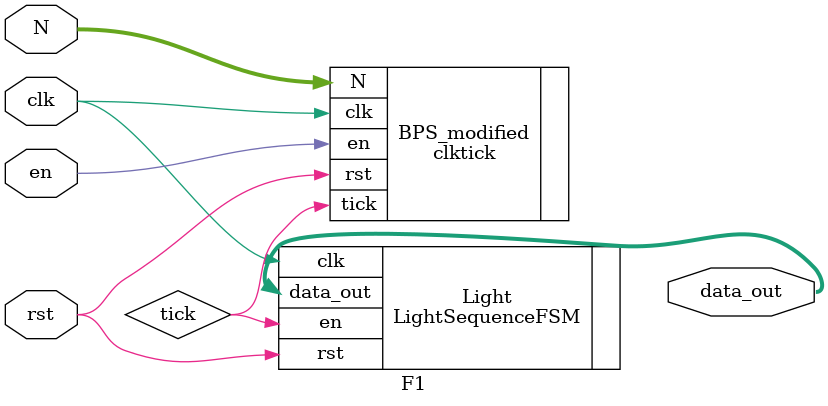
<source format=sv>
module F1 #(
    parameter WIDTH = 16
)(
    input  logic             clk,      // clock 
    input  logic             rst,      // reset
    input  logic             en,       // enable signal
    input  logic [WIDTH-1:0] N,        // clock divided by N+1
    output logic [7:0]       data_out
); 

logic  	tick;       // tick output

clktick  BPS_modified (
    .clk(clk), 
    .rst(rst), 
    .en(en), 
    .N(N), 
    .tick(tick)
); 

LightSequenceFSM  Light (
    .clk(clk), 
    .rst(rst), 
    .en(tick), 
    .data_out(data_out)
); 

endmodule

</source>
